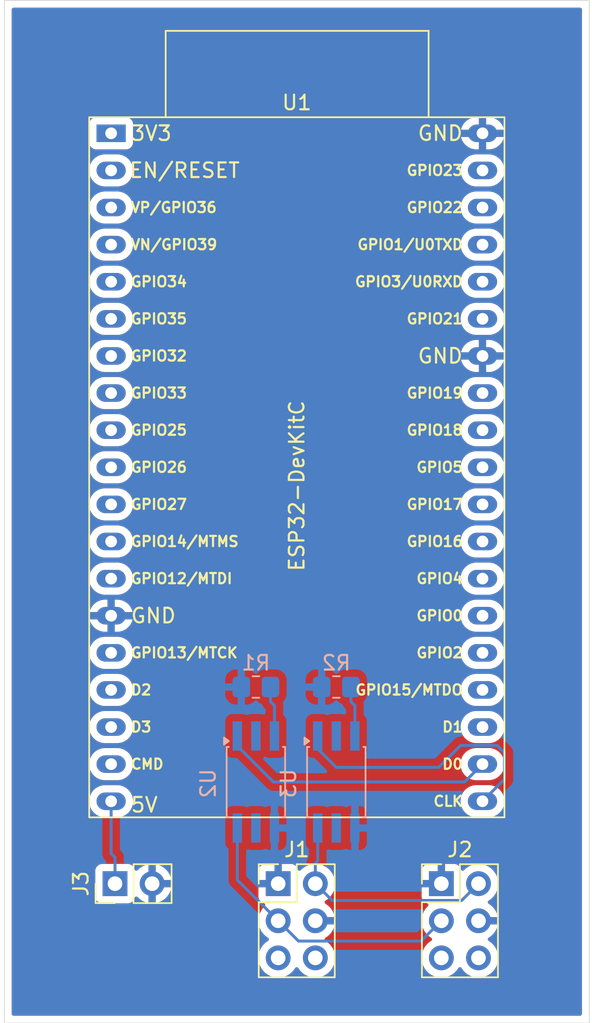
<source format=kicad_pcb>
(kicad_pcb (version 20240108) (generator "pcbnew") (generator_version "8.0")
  (layers (0 "F.Cu" signal) (31 "B.Cu" signal) (34 "B.Paste" user) (35 "F.Paste" user) (36 "B.SilkS" user "B.Silkscreen") (37 "F.SilkS" user "F.Silkscreen") (38 "B.Mask" user) (39 "F.Mask" user) (44 "Edge.Cuts" user))
  (net 0 "")
  (net 8 "GND")
  (net 34 "/P+")
  (net 36 "/R+")
  (net 38 "+5V")
  (net 39 "Net-(R1-Pad1)")
  (net 40 "Net-(R2-Pad1)")
  (net 41 "/RESET")
  (net 42 "/POWER")
  (footprint "Connector_PinHeader_2.54mm:PinHeader_2x03_P2.54mm_Vertical" (layer "F.Cu") (at 148.525 112.96)
    (property "Reference" "J1" (at 1.27 -2.33 0) (layer "F.SilkS"))
    (property "Value" "61300621121")
    (fp_line (start -1.33 -1.33) (end 0 -1.33) (stroke (width 0.12)) (layer "F.SilkS"))
    (fp_line (start -1.33 0) (end -1.33 -1.33) (stroke (width 0.12)) (layer "F.SilkS"))
    (fp_line (start -1.33 1.27) (end -1.33 6.41) (stroke (width 0.12)) (layer "F.SilkS"))
    (fp_line (start -1.33 1.27) (end 1.27 1.27) (stroke (width 0.12)) (layer "F.SilkS"))
    (fp_line (start -1.33 6.41) (end 3.87 6.41) (stroke (width 0.12)) (layer "F.SilkS"))
    (fp_line (start 1.27 -1.33) (end 3.87 -1.33) (stroke (width 0.12)) (layer "F.SilkS"))
    (fp_line (start 1.27 1.27) (end 1.27 -1.33) (stroke (width 0.12)) (layer "F.SilkS"))
    (fp_line (start 3.87 -1.33) (end 3.87 6.41) (stroke (width 0.12)) (layer "F.SilkS"))
    (pad "1" thru_hole rect (at 0 0) (size 1.7 1.7) (drill 1) (layers "*.Cu" "*.Mask") (net 8 "GND"))
    (pad "2" thru_hole oval (at 2.54 0) (size 1.7 1.7) (drill 1) (layers "*.Cu" "*.Mask") (net 34 "/P+"))
    (pad "3" thru_hole oval (at 0 2.54) (size 1.7 1.7) (drill 1) (layers "*.Cu" "*.Mask") (net 36 "/R+"))
    (pad "4" thru_hole oval (at 2.54 2.54) (size 1.7 1.7) (drill 1) (layers "*.Cu" "*.Mask") (net 8 "GND"))
    (pad "5" thru_hole oval (at 0 5.08) (size 1.7 1.7) (drill 1) (layers "*.Cu" "*.Mask"))
    (pad "6" thru_hole oval (at 2.54 5.08) (size 1.7 1.7) (drill 1) (layers "*.Cu" "*.Mask"))
  )
  (footprint "Connector_PinHeader_2.54mm:PinHeader_1x02_P2.54mm_Vertical" (layer "F.Cu") (at 137.365 112.96 90)
    (property "Reference" "J3" (at 0 -2.33 90) (layer "F.SilkS"))
    (property "Value" "61300211121")
    (fp_line (start -1.33 -1.33) (end 0 -1.33) (stroke (width 0.12)) (layer "F.SilkS"))
    (fp_line (start -1.33 0) (end -1.33 -1.33) (stroke (width 0.12)) (layer "F.SilkS"))
    (fp_line (start 1.33 1.27) (end 1.33 3.87) (stroke (width 0.12)) (layer "F.SilkS"))
    (fp_line (start -1.33 1.27) (end 1.33 1.27) (stroke (width 0.12)) (layer "F.SilkS"))
    (fp_line (start -1.33 1.27) (end -1.33 3.87) (stroke (width 0.12)) (layer "F.SilkS"))
    (fp_line (start -1.33 3.87) (end 1.33 3.87) (stroke (width 0.12)) (layer "F.SilkS"))
    (pad "1" thru_hole rect (at 0 0 90) (size 1.7 1.7) (drill 1) (layers "*.Cu" "*.Mask") (net 38 "+5V"))
    (pad "2" thru_hole oval (at 0 2.54 90) (size 1.7 1.7) (drill 1) (layers "*.Cu" "*.Mask") (net 8 "GND"))
  )
  (footprint "PCM_Espressif:ESP32-DevKitC" (layer "F.Cu") (at 137.1 61.6)
    (property "Reference" "U1" (at 12.7 -2.1 0) (layer "F.SilkS"))
    (property "Value" "ESP32-DevKitC" (at 12.7 24.13 90) (layer "F.SilkS"))
    (fp_line (start -1.5 46.82) (end 26.899999 46.82) (stroke (width 0.12)) (layer "F.SilkS"))
    (fp_line (start -1.499999 -1.1) (end -1.5 46.82) (stroke (width 0.12)) (layer "F.SilkS"))
    (fp_line (start 3.73012 -7.01312) (end 21.71332 -7.01312) (stroke (width 0.12)) (layer "F.SilkS"))
    (fp_line (start 3.73012 -1.12032) (end 3.73012 -7.01312) (stroke (width 0.12)) (layer "F.SilkS"))
    (fp_line (start 21.71332 -7.01312) (end 21.71332 -1.12032) (stroke (width 0.12)) (layer "F.SilkS"))
    (fp_line (start 26.899999 46.82) (end 26.9 -1.1) (stroke (width 0.12)) (layer "F.SilkS"))
    (fp_line (start 26.9 -1.1) (end -1.499999 -1.1) (stroke (width 0.12)) (layer "F.SilkS"))
    (fp_text user "GPIO21" (at 24.13 12.7 0) (layer "F.SilkS") (effects (font (size 0.7 0.7)) (justify right)))
    (fp_text user "VN/GPIO39" (at 1.27 7.62 0) (layer "F.SilkS") (effects (font (size 0.7 0.7)) (justify left)))
    (fp_text user "EN/RESET" (at 8.88632 2.53728 0) (layer "F.SilkS") (effects (justify right)))
    (fp_text user "GPIO2" (at 24.13 35.56 0) (layer "F.SilkS") (effects (font (size 0.7 0.7)) (justify right)))
    (fp_text user "GPIO32" (at 1.27 15.24 0) (layer "F.SilkS") (effects (font (size 0.7 0.7)) (justify left)))
    (fp_text user "CMD" (at 1.27 43.18 0) (layer "F.SilkS") (effects (font (size 0.7 0.7)) (justify left)))
    (fp_text user "D3" (at 1.27 40.64 0) (layer "F.SilkS") (effects (font (size 0.7 0.7)) (justify left)))
    (fp_text user "VP/GPIO36" (at 1.27 5.08 0) (layer "F.SilkS") (effects (font (size 0.7 0.7)) (justify left)))
    (fp_text user "GPIO12/MTDI" (at 1.27 30.48 0) (layer "F.SilkS") (effects (font (size 0.7 0.7)) (justify left)))
    (fp_text user "GPIO16" (at 24.13 27.94 0) (layer "F.SilkS") (effects (font (size 0.7 0.7)) (justify right)))
    (fp_text user "GND" (at 24.13 0 0) (layer "F.SilkS") (effects (justify right)))
    (fp_text user "D0" (at 24.13 43.18 0) (layer "F.SilkS") (effects (font (size 0.7 0.7)) (justify right)))
    (fp_text user "GPIO15/MTDO" (at 24.13 38.1 0) (layer "F.SilkS") (effects (font (size 0.7 0.7)) (justify right)))
    (fp_text user "GPIO13/MTCK" (at 1.27 35.56 0) (layer "F.SilkS") (effects (font (size 0.7 0.7)) (justify left)))
    (fp_text user "D2" (at 1.27 38.1 0) (layer "F.SilkS") (effects (font (size 0.7 0.7)) (justify left)))
    (fp_text user "GPIO22" (at 24.13 5.08 0) (layer "F.SilkS") (effects (font (size 0.7 0.7)) (justify right)))
    (fp_text user "3V3" (at 1.27 0 0) (layer "F.SilkS") (effects (justify left)))
    (fp_text user "GPIO4" (at 24.13 30.48 0) (layer "F.SilkS") (effects (font (size 0.7 0.7)) (justify right)))
    (fp_text user "GPIO23" (at 24.13 2.54 0) (layer "F.SilkS") (effects (font (size 0.7 0.7)) (justify right)))
    (fp_text user "GND" (at 1.27 33.02 0) (layer "F.SilkS") (effects (justify left)))
    (fp_text user "GPIO19" (at 24.13 17.78 0) (layer "F.SilkS") (effects (font (size 0.7 0.7)) (justify right)))
    (fp_text user "GPIO34" (at 1.27 10.16 0) (layer "F.SilkS") (effects (font (size 0.7 0.7)) (justify left)))
    (fp_text user "GPIO18" (at 24.13 20.32 0) (layer "F.SilkS") (effects (font (size 0.7 0.7)) (justify right)))
    (fp_text user "GPIO27" (at 1.27 25.4 0) (layer "F.SilkS") (effects (font (size 0.7 0.7)) (justify left)))
    (fp_text user "GND" (at 24.13 15.24 0) (layer "F.SilkS") (effects (justify right)))
    (fp_text user "CLK" (at 24.13 45.72 0) (layer "F.SilkS") (effects (font (size 0.7 0.7)) (justify right)))
    (fp_text user "GPIO25" (at 1.27 20.32 0) (layer "F.SilkS") (effects (font (size 0.7 0.7)) (justify left)))
    (fp_text user "GPIO14/MTMS" (at 1.27 27.94 0) (layer "F.SilkS") (effects (font (size 0.7 0.7)) (justify left)))
    (fp_text user "GPIO33" (at 1.27 17.78 0) (layer "F.SilkS") (effects (font (size 0.7 0.7)) (justify left)))
    (fp_text user "GPIO3/U0RXD" (at 24.13 10.16 0) (layer "F.SilkS") (effects (font (size 0.7 0.7)) (justify right)))
    (fp_text user "GPIO1/U0TXD" (at 24.13 7.62 0) (layer "F.SilkS") (effects (font (size 0.7 0.7)) (justify right)))
    (fp_text user "GPIO0" (at 24.13 33.02 0) (layer "F.SilkS") (effects (font (size 0.7 0.7)) (justify right)))
    (fp_text user "GPIO17" (at 24.13 25.4 0) (layer "F.SilkS") (effects (font (size 0.7 0.7)) (justify right)))
    (fp_text user "GPIO35" (at 1.27 12.7 0) (layer "F.SilkS") (effects (font (size 0.7 0.7)) (justify left)))
    (fp_text user "D1" (at 24.13 40.64 0) (layer "F.SilkS") (effects (font (size 0.7 0.7)) (justify right)))
    (fp_text user "GPIO5" (at 24.13 22.86 0) (layer "F.SilkS") (effects (font (size 0.7 0.7)) (justify right)))
    (fp_text user "GPIO26" (at 1.27 22.86 0) (layer "F.SilkS") (effects (font (size 0.7 0.7)) (justify left)))
    (fp_text user "5V" (at 1.26632 45.97128 0) (layer "F.SilkS") (effects (justify left)))
    (pad "1" thru_hole rect (at 0 0 270) (size 1.2 2) (drill 0.8) (layers "*.Cu" "*.Mask"))
    (pad "2" thru_hole oval (at 0 2.54 270) (size 1.2 2) (drill 0.8) (layers "*.Cu" "*.Mask"))
    (pad "3" thru_hole oval (at 0 5.08 270) (size 1.2 2) (drill 0.8) (layers "*.Cu" "*.Mask"))
    (pad "4" thru_hole oval (at 0 7.62 270) (size 1.2 2) (drill 0.8) (layers "*.Cu" "*.Mask"))
    (pad "5" thru_hole oval (at 0 10.16 270) (size 1.2 2) (drill 0.8) (layers "*.Cu" "*.Mask"))
    (pad "6" thru_hole oval (at 0 12.7 270) (size 1.2 2) (drill 0.8) (layers "*.Cu" "*.Mask"))
    (pad "7" thru_hole oval (at 0 15.24 270) (size 1.2 2) (drill 0.8) (layers "*.Cu" "*.Mask"))
    (pad "8" thru_hole oval (at 0 17.78 270) (size 1.2 2) (drill 0.8) (layers "*.Cu" "*.Mask"))
    (pad "9" thru_hole oval (at 0 20.32 270) (size 1.2 2) (drill 0.8) (layers "*.Cu" "*.Mask"))
    (pad "10" thru_hole oval (at 0 22.86 270) (size 1.2 2) (drill 0.8) (layers "*.Cu" "*.Mask"))
    (pad "11" thru_hole oval (at 0 25.4 270) (size 1.2 2) (drill 0.8) (layers "*.Cu" "*.Mask"))
    (pad "12" thru_hole oval (at 0 27.94 270) (size 1.2 2) (drill 0.8) (layers "*.Cu" "*.Mask"))
    (pad "13" thru_hole oval (at 0 30.48 270) (size 1.2 2) (drill 0.8) (layers "*.Cu" "*.Mask"))
    (pad "14" thru_hole oval (at 0 33.02 270) (size 1.2 2) (drill 0.8) (layers "*.Cu" "*.Mask") (net 8 "GND"))
    (pad "15" thru_hole oval (at 0 35.56 270) (size 1.2 2) (drill 0.8) (layers "*.Cu" "*.Mask"))
    (pad "16" thru_hole oval (at 0 38.1 270) (size 1.2 2) (drill 0.8) (layers "*.Cu" "*.Mask"))
    (pad "17" thru_hole oval (at 0 40.64 270) (size 1.2 2) (drill 0.8) (layers "*.Cu" "*.Mask"))
    (pad "18" thru_hole oval (at 0 43.18 270) (size 1.2 2) (drill 0.8) (layers "*.Cu" "*.Mask"))
    (pad "19" thru_hole oval (at 0 45.72 270) (size 1.2 2) (drill 0.8) (layers "*.Cu" "*.Mask") (net 38 "+5V"))
    (pad "20" thru_hole oval (at 25.39632 45.71728 270) (size 1.2 2) (drill 0.8) (layers "*.Cu" "*.Mask") (net 42 "/POWER"))
    (pad "21" thru_hole oval (at 25.39632 43.17728 270) (size 1.2 2) (drill 0.8) (layers "*.Cu" "*.Mask") (net 41 "/RESET"))
    (pad "22" thru_hole oval (at 25.4 40.64 270) (size 1.2 2) (drill 0.8) (layers "*.Cu" "*.Mask"))
    (pad "23" thru_hole oval (at 25.4 38.1 270) (size 1.2 2) (drill 0.8) (layers "*.Cu" "*.Mask"))
    (pad "24" thru_hole oval (at 25.4 35.56 270) (size 1.2 2) (drill 0.8) (layers "*.Cu" "*.Mask"))
    (pad "25" thru_hole oval (at 25.4 33.02 270) (size 1.2 2) (drill 0.8) (layers "*.Cu" "*.Mask"))
    (pad "26" thru_hole oval (at 25.4 30.48 270) (size 1.2 2) (drill 0.8) (layers "*.Cu" "*.Mask"))
    (pad "27" thru_hole oval (at 25.4 27.94 270) (size 1.2 2) (drill 0.8) (layers "*.Cu" "*.Mask"))
    (pad "28" thru_hole oval (at 25.4 25.4 270) (size 1.2 2) (drill 0.8) (layers "*.Cu" "*.Mask"))
    (pad "29" thru_hole oval (at 25.4 22.86 270) (size 1.2 2) (drill 0.8) (layers "*.Cu" "*.Mask"))
    (pad "30" thru_hole oval (at 25.4 20.32 270) (size 1.2 2) (drill 0.8) (layers "*.Cu" "*.Mask"))
    (pad "31" thru_hole oval (at 25.4 17.78 270) (size 1.2 2) (drill 0.8) (layers "*.Cu" "*.Mask"))
    (pad "32" thru_hole oval (at 25.4 15.24 270) (size 1.2 2) (drill 0.8) (layers "*.Cu" "*.Mask") (net 8 "GND"))
    (pad "33" thru_hole oval (at 25.4 12.7 270) (size 1.2 2) (drill 0.8) (layers "*.Cu" "*.Mask"))
    (pad "34" thru_hole oval (at 25.4 10.16 270) (size 1.2 2) (drill 0.8) (layers "*.Cu" "*.Mask"))
    (pad "35" thru_hole oval (at 25.4 7.62 270) (size 1.2 2) (drill 0.8) (layers "*.Cu" "*.Mask"))
    (pad "36" thru_hole oval (at 25.4 5.08 270) (size 1.2 2) (drill 0.8) (layers "*.Cu" "*.Mask"))
    (pad "37" thru_hole oval (at 25.4 2.54 270) (size 1.2 2) (drill 0.8) (layers "*.Cu" "*.Mask"))
    (pad "38" thru_hole oval (at 25.4 0 270) (size 1.2 2) (drill 0.8) (layers "*.Cu" "*.Mask") (net 8 "GND"))
  )
  (footprint "Connector_PinHeader_2.54mm:PinHeader_2x03_P2.54mm_Vertical" (layer "F.Cu") (at 159.685 112.96)
    (property "Reference" "J2" (at 1.27 -2.33 0) (layer "F.SilkS"))
    (property "Value" "61300621121")
    (fp_line (start -1.33 -1.33) (end 0 -1.33) (stroke (width 0.12)) (layer "F.SilkS"))
    (fp_line (start -1.33 0) (end -1.33 -1.33) (stroke (width 0.12)) (layer "F.SilkS"))
    (fp_line (start -1.33 1.27) (end -1.33 6.41) (stroke (width 0.12)) (layer "F.SilkS"))
    (fp_line (start -1.33 1.27) (end 1.27 1.27) (stroke (width 0.12)) (layer "F.SilkS"))
    (fp_line (start -1.33 6.41) (end 3.87 6.41) (stroke (width 0.12)) (layer "F.SilkS"))
    (fp_line (start 1.27 -1.33) (end 3.87 -1.33) (stroke (width 0.12)) (layer "F.SilkS"))
    (fp_line (start 1.27 1.27) (end 1.27 -1.33) (stroke (width 0.12)) (layer "F.SilkS"))
    (fp_line (start 3.87 -1.33) (end 3.87 6.41) (stroke (width 0.12)) (layer "F.SilkS"))
    (pad "1" thru_hole rect (at 0 0) (size 1.7 1.7) (drill 1) (layers "*.Cu" "*.Mask") (net 8 "GND"))
    (pad "2" thru_hole oval (at 2.54 0) (size 1.7 1.7) (drill 1) (layers "*.Cu" "*.Mask") (net 34 "/P+"))
    (pad "3" thru_hole oval (at 0 2.54) (size 1.7 1.7) (drill 1) (layers "*.Cu" "*.Mask") (net 36 "/R+"))
    (pad "4" thru_hole oval (at 2.54 2.54) (size 1.7 1.7) (drill 1) (layers "*.Cu" "*.Mask") (net 8 "GND"))
    (pad "5" thru_hole oval (at 0 5.08) (size 1.7 1.7) (drill 1) (layers "*.Cu" "*.Mask"))
    (pad "6" thru_hole oval (at 2.54 5.08) (size 1.7 1.7) (drill 1) (layers "*.Cu" "*.Mask"))
  )
  (footprint "Resistor_SMD:R_0805_2012Metric_Pad1.20x1.40mm_HandSolder" (layer "B.Cu") (at 152.5 99.5 180)
    (property "Reference" "R2" (at 0 1.65 0) (layer "B.SilkS") (effects (justify mirror)))
    (property "Value" "330 1% 0.5W")
    (fp_line (start 0.227064 0.735) (end -0.227064 0.735) (stroke (width 0.12)) (layer "B.SilkS"))
    (fp_line (start 0.227064 -0.735) (end -0.227064 -0.735) (stroke (width 0.12)) (layer "B.SilkS"))
    (pad "1" smd roundrect (at -1 0 180) (size 1.2 1.4) (layers "B.Cu" "B.Paste" "B.Mask") (roundrect_rratio 0.208333) (net 40 "Net-(R2-Pad1)"))
    (pad "2" smd roundrect (at 1 0 180) (size 1.2 1.4) (layers "B.Cu" "B.Paste" "B.Mask") (roundrect_rratio 0.208333) (net 8 "GND"))
  )
  (footprint "Package_SO:SO-6_4.4x3.6mm_P1.27mm" (layer "B.Cu") (at 147 106 -90)
    (property "Reference" "U2" (at 0.1 3.265 90) (layer "B.SilkS") (effects (justify mirror)))
    (property "Value" "TLX9185A(GBTPL,F")
    (fp_line (start -2.4 2) (end -2.4 1.85) (stroke (width 0.12)) (layer "B.SilkS"))
    (fp_line (start 2.4 2) (end -2.4 2) (stroke (width 0.12)) (layer "B.SilkS"))
    (fp_line (start 2.4 1.85) (end 2.4 2) (stroke (width 0.12)) (layer "B.SilkS"))
    (fp_line (start -2.4 -1.85) (end -2.4 -2) (stroke (width 0.12)) (layer "B.SilkS"))
    (fp_line (start 2.4 -1.85) (end 2.4 -2) (stroke (width 0.12)) (layer "B.SilkS"))
    (fp_line (start -2.4 -2) (end 2.4 -2) (stroke (width 0.12)) (layer "B.SilkS"))
    (fp_poly (pts (xy -2.8 1.85) (xy -3.04 2.18) (xy -2.56 2.18) (xy -2.8 1.85)) (stroke (width 0.12)) (fill solid) (layer "B.SilkS"))
    (pad "1" smd rect (at -3.15 1.27 270) (size 2 0.64) (layers "B.Cu" "B.Paste" "B.Mask") (net 41 "/RESET"))
    (pad "2" smd rect (at -3.15 0 270) (size 2 0.64) (layers "B.Cu" "B.Paste" "B.Mask"))
    (pad "3" smd rect (at -3.15 -1.27 270) (size 2 0.64) (layers "B.Cu" "B.Paste" "B.Mask") (net 39 "Net-(R1-Pad1)"))
    (pad "4" smd rect (at 3.15 -1.27 270) (size 2 0.64) (layers "B.Cu" "B.Paste" "B.Mask") (net 8 "GND"))
    (pad "5" smd rect (at 3.15 0 270) (size 2 0.64) (layers "B.Cu" "B.Paste" "B.Mask"))
    (pad "6" smd rect (at 3.15 1.27 270) (size 2 0.64) (layers "B.Cu" "B.Paste" "B.Mask") (net 36 "/R+"))
  )
  (footprint "Package_SO:SO-6_4.4x3.6mm_P1.27mm" (layer "B.Cu") (at 152.5 106 -90)
    (property "Reference" "U3" (at 0.1 3.265 90) (layer "B.SilkS") (effects (justify mirror)))
    (property "Value" "TLX9185A(GBTPL,F")
    (fp_line (start -2.4 2) (end -2.4 1.85) (stroke (width 0.12)) (layer "B.SilkS"))
    (fp_line (start 2.4 2) (end -2.4 2) (stroke (width 0.12)) (layer "B.SilkS"))
    (fp_line (start 2.4 1.85) (end 2.4 2) (stroke (width 0.12)) (layer "B.SilkS"))
    (fp_line (start -2.4 -1.85) (end -2.4 -2) (stroke (width 0.12)) (layer "B.SilkS"))
    (fp_line (start 2.4 -1.85) (end 2.4 -2) (stroke (width 0.12)) (layer "B.SilkS"))
    (fp_line (start -2.4 -2) (end 2.4 -2) (stroke (width 0.12)) (layer "B.SilkS"))
    (fp_poly (pts (xy -2.8 1.85) (xy -3.04 2.18) (xy -2.56 2.18) (xy -2.8 1.85)) (stroke (width 0.12)) (fill solid) (layer "B.SilkS"))
    (pad "1" smd rect (at -3.15 1.27 270) (size 2 0.64) (layers "B.Cu" "B.Paste" "B.Mask") (net 42 "/POWER"))
    (pad "2" smd rect (at -3.15 0 270) (size 2 0.64) (layers "B.Cu" "B.Paste" "B.Mask"))
    (pad "3" smd rect (at -3.15 -1.27 270) (size 2 0.64) (layers "B.Cu" "B.Paste" "B.Mask") (net 40 "Net-(R2-Pad1)"))
    (pad "4" smd rect (at 3.15 -1.27 270) (size 2 0.64) (layers "B.Cu" "B.Paste" "B.Mask") (net 8 "GND"))
    (pad "5" smd rect (at 3.15 0 270) (size 2 0.64) (layers "B.Cu" "B.Paste" "B.Mask"))
    (pad "6" smd rect (at 3.15 1.27 270) (size 2 0.64) (layers "B.Cu" "B.Paste" "B.Mask") (net 34 "/P+"))
  )
  (footprint "Resistor_SMD:R_0805_2012Metric_Pad1.20x1.40mm_HandSolder" (layer "B.Cu") (at 147 99.5 180)
    (property "Reference" "R1" (at 0 1.65 0) (layer "B.SilkS") (effects (justify mirror)))
    (property "Value" "330 1% 0.5W")
    (fp_line (start 0.227064 0.735) (end -0.227064 0.735) (stroke (width 0.12)) (layer "B.SilkS"))
    (fp_line (start 0.227064 -0.735) (end -0.227064 -0.735) (stroke (width 0.12)) (layer "B.SilkS"))
    (pad "1" smd roundrect (at -1 0 180) (size 1.2 1.4) (layers "B.Cu" "B.Paste" "B.Mask") (roundrect_rratio 0.208333) (net 39 "Net-(R1-Pad1)"))
    (pad "2" smd roundrect (at 1 0 180) (size 1.2 1.4) (layers "B.Cu" "B.Paste" "B.Mask") (roundrect_rratio 0.208333) (net 8 "GND"))
  )
  (gr_rect (start 129.8 52.5) (end 169.8 122.5) (stroke (width 0.05)) (fill none) (layer "Edge.Cuts"))
  (segment (start 152.215 114.11) (end 161.075 114.11) (width 0.2) (layer "B.Cu") (net 34))
  (segment (start 161.075 114.11) (end 162.225 112.96) (width 0.2) (layer "B.Cu") (net 34))
  (segment (start 151.23 109.15) (end 151.23 111.4) (width 0.2) (layer "B.Cu") (net 34))
  (segment (start 151.065 111.565) (end 151.065 112.96) (width 0.2) (layer "B.Cu") (net 34))
  (segment (start 151.065 112.96) (end 152.215 114.11) (width 0.2) (layer "B.Cu") (net 34))
  (segment (start 151.23 111.4) (end 151.065 111.565) (width 0.2) (layer "B.Cu") (net 34))
  (segment (start 148.525 115.5) (end 145.73 112.705) (width 0.2) (layer "B.Cu") (net 36))
  (segment (start 145.73 112.705) (end 145.73 109.15) (width 0.2) (layer "B.Cu") (net 36))
  (segment (start 149.915 116.89) (end 158.295 116.89) (width 0.2) (layer "B.Cu") (net 36))
  (segment (start 158.295 116.89) (end 159.685 115.5) (width 0.2) (layer "B.Cu") (net 36))
  (segment (start 148.525 115.5) (end 149.915 116.89) (width 0.2) (layer "B.Cu") (net 36))
  (segment (start 137.365 112.96) (end 137.365 111.165) (width 0.2) (layer "B.Cu") (net 38))
  (segment (start 137.365 111.165) (end 137.1 110.9) (width 0.2) (layer "B.Cu") (net 38))
  (segment (start 137.1 110.9) (end 137.1 107.32) (width 0.2) (layer "B.Cu") (net 38))
  (segment (start 148.27 102.85) (end 148.27 100.77) (width 0.2) (layer "B.Cu") (net 39))
  (segment (start 148.27 100.77) (end 148 100.5) (width 0.2) (layer "B.Cu") (net 39))
  (segment (start 148 99.5) (end 148 100.5) (width 0.2) (layer "B.Cu") (net 39))
  (segment (start 153.77 100.77) (end 153.5 100.5) (width 0.2) (layer "B.Cu") (net 40))
  (segment (start 153.5 99.5) (end 153.5 100.5) (width 0.2) (layer "B.Cu") (net 40))
  (segment (start 153.77 102.85) (end 153.77 100.77) (width 0.2) (layer "B.Cu") (net 40))
  (segment (start 161.2736 106) (end 162.49632 104.77728) (width 0.2) (layer "B.Cu") (net 41))
  (segment (start 148.2 106) (end 161.2736 106) (width 0.2) (layer "B.Cu") (net 41))
  (segment (start 145.73 102.85) (end 145.73 103.53) (width 0.2) (layer "B.Cu") (net 41))
  (segment (start 145.73 103.53) (end 148.2 106) (width 0.2) (layer "B.Cu") (net 41))
  (segment (start 164 104) (end 164 105.8136) (width 0.2) (layer "B.Cu") (net 42))
  (segment (start 163.5 103.5) (end 164 104) (width 0.2) (layer "B.Cu") (net 42))
  (segment (start 164 105.8136) (end 162.49632 107.31728) (width 0.2) (layer "B.Cu") (net 42))
  (segment (start 159.5 105) (end 161 103.5) (width 0.2) (layer "B.Cu") (net 42))
  (segment (start 152.5 105) (end 159.5 105) (width 0.2) (layer "B.Cu") (net 42))
  (segment (start 151.23 103.73) (end 152.5 105) (width 0.2) (layer "B.Cu") (net 42))
  (segment (start 151.23 102.85) (end 151.23 103.73) (width 0.2) (layer "B.Cu") (net 42))
  (segment (start 161 103.5) (end 163.5 103.5) (width 0.2) (layer "B.Cu") (net 42))
  (zone (net 8) (net_name "GND") (layers "F&B.Cu") (connect_pads (clearance 0.5)) (min_thickness 0.25) (fill yes (thermal_gap 0.5) (thermal_bridge_width 0.5))
    (polygon (pts (xy 129.5 52.5) (xy 170 52.5) (xy 170 122.5) (xy 129.5 122)))
  )
)
</source>
